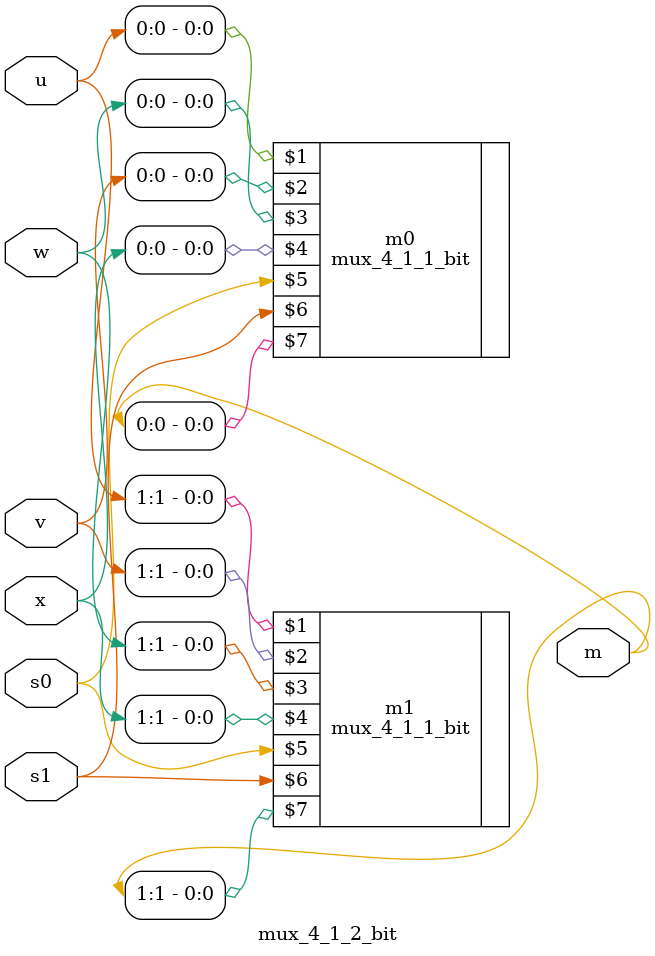
<source format=v>
module mux_4_1_2_bit (
	input [1:0] u,
	input [1:0] v,
	input [1:0] w,
	input [1:0] x,
	input s0, s1,
	output [1:0] m);

	mux_4_1_1_bit m0(u[0], v[0], w[0], x[0], s0, s1, m[0]);
	mux_4_1_1_bit m1(u[1], v[1], w[1], x[1], s0, s1, m[1]);
	
endmodule

</source>
